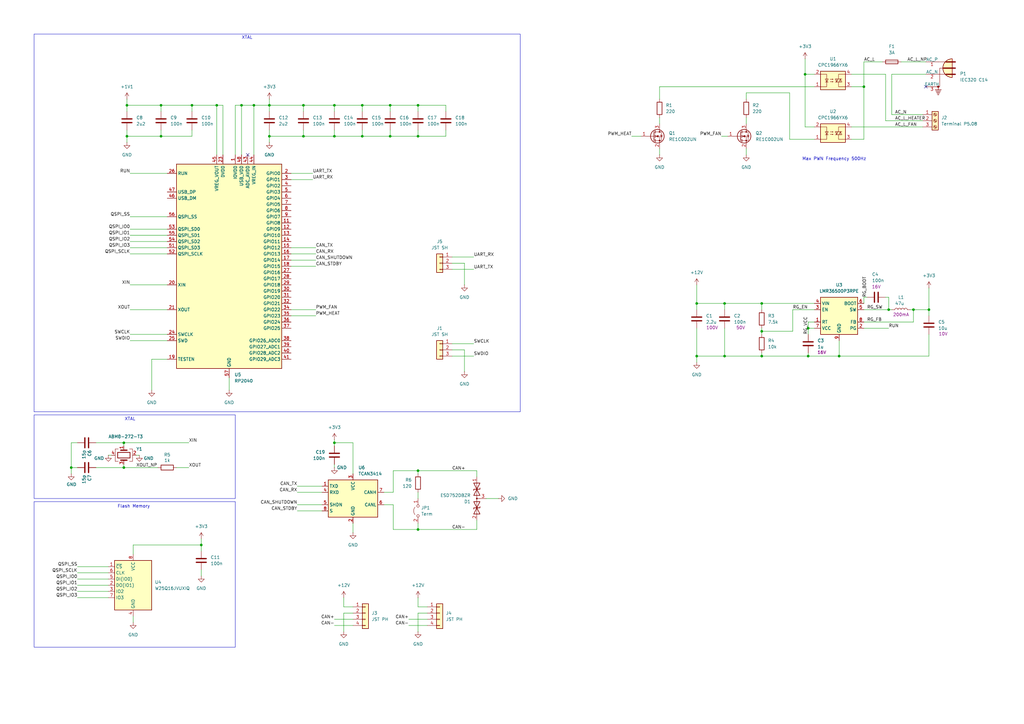
<source format=kicad_sch>
(kicad_sch (version 20231120) (generator "eeschema") (generator_version "8.0")
  (paper "A3")
  (lib_symbols
    (symbol "Connector:Conn_WallPlug_Earth" (pin_names (offset 0))
      (property "Reference" "P" (at 0 3.81 0))
      (property "Value" "Conn_WallPlug_Earth" (at -5.08 0 90))
      (symbol "Conn_WallPlug_Earth_1_1"
        (pin power_out line (at 7.62 2.54 180) (length 5.08) (name "AC_P") (number "1"))
        (pin power_out line (at 7.62 -2.54 180) (length 5.08) (name "AC_N") (number "2"))
        (pin passive line (at 7.62 -7.62 180) (length 5.08) (name "EARTH") (number "3"))
      )
    )
    (symbol "Connector:Screw_Terminal_01x03" (pin_names (offset 1.016) hide)
      (property "Reference" "J" (at 0 5.08 0))
      (property "Value" "Screw_Terminal_01x03" (at 0 -5.08 0))
      (symbol "Screw_Terminal_01x03_1_1"
        (pin passive line (at -5.08 2.54 0) (length 3.81) (name "Pin_1") (number "1"))
        (pin passive line (at -5.08 0 0) (length 3.81) (name "Pin_2") (number "2"))
        (pin passive line (at -5.08 -2.54 0) (length 3.81) (name "Pin_3") (number "3"))
      )
    )
    (symbol "Connector_Generic:Conn_01x03" (pin_names (offset 1.016) hide)
      (property "Reference" "J" (at 0 5.08 0))
      (property "Value" "Conn_01x03" (at 0 -5.08 0))
      (symbol "Conn_01x03_1_1"
        (pin passive line (at -5.08 2.54 0) (length 3.81) (name "Pin_1") (number "1"))
        (pin passive line (at -5.08 0 0) (length 3.81) (name "Pin_2") (number "2"))
        (pin passive line (at -5.08 -2.54 0) (length 3.81) (name "Pin_3") (number "3"))
      )
    )
    (symbol "Connector_Generic:Conn_01x04" (pin_names (offset 1.016) hide)
      (property "Reference" "J" (at 0 5.08 0))
      (property "Value" "Conn_01x04" (at 0 -7.62 0))
      (symbol "Conn_01x04_1_1"
        (pin passive line (at -5.08 2.54 0) (length 3.81) (name "Pin_1") (number "1"))
        (pin passive line (at -5.08 0 0) (length 3.81) (name "Pin_2") (number "2"))
        (pin passive line (at -5.08 -2.54 0) (length 3.81) (name "Pin_3") (number "3"))
        (pin passive line (at -5.08 -5.08 0) (length 3.81) (name "Pin_4") (number "4"))
      )
    )
    (symbol "Device:C" (pin_numbers hide) (pin_names (offset 0.254))
      (property "Reference" "C" (at 0.635 2.54 0))
      (property "Value" "C" (at 0.635 -2.54 0))
      (symbol "C_1_1"
        (pin passive line (at 0 3.81 270) (length 2.794) (name "~") (number "1"))
        (pin passive line (at 0 -3.81 90) (length 2.794) (name "~") (number "2"))
      )
    )
    (symbol "Device:Crystal_GND24" (pin_names (offset 1.016) hide)
      (property "Reference" "Y" (at 3.175 5.08 0))
      (property "Value" "Crystal_GND24" (at 3.175 3.175 0))
      (symbol "Crystal_GND24_1_1"
        (pin passive line (at -3.81 0 0) (length 1.27) (name "1") (number "1"))
        (pin passive line (at 0 5.08 270) (length 1.27) (name "2") (number "2"))
        (pin passive line (at 3.81 0 180) (length 1.27) (name "3") (number "3"))
        (pin passive line (at 0 -5.08 90) (length 1.27) (name "4") (number "4"))
      )
    )
    (symbol "Device:D_TVS_Dual_AAC" (pin_names (offset 1.016) hide)
      (property "Reference" "D" (at 0 4.445 0))
      (property "Value" "D_TVS_Dual_AAC" (at 0 2.54 0))
      (symbol "D_TVS_Dual_AAC_1_1"
        (pin passive line (at -8.89 0 0) (length 2.54) (name "A1") (number "1"))
        (pin passive line (at 8.89 0 180) (length 2.54) (name "A2") (number "2"))
        (pin passive line (at 0 -3.81 90) (length 2.54) (name "common") (number "3"))
      )
    )
    (symbol "Device:Fuse" (pin_numbers hide) (pin_names (offset 0))
      (property "Reference" "F" (at 2.032 0 90))
      (property "Value" "Fuse" (at -1.905 0 90))
      (symbol "Fuse_1_1"
        (pin passive line (at 0 3.81 270) (length 1.27) (name "~") (number "1"))
        (pin passive line (at 0 -3.81 90) (length 1.27) (name "~") (number "2"))
      )
    )
    (symbol "Device:L" (pin_numbers hide) (pin_names (offset 1.016) hide)
      (property "Reference" "L" (at -1.27 0 90))
      (property "Value" "L" (at 1.905 0 90))
      (symbol "L_1_1"
        (pin passive line (at 0 3.81 270) (length 1.27) (name "1") (number "1"))
        (pin passive line (at 0 -3.81 90) (length 1.27) (name "2") (number "2"))
      )
    )
    (symbol "Device:Q_NMOS_GSD" (pin_names (offset 0) hide)
      (property "Reference" "Q" (at 5.08 1.27 0))
      (property "Value" "Q_NMOS_GSD" (at 5.08 -1.27 0))
      (symbol "Q_NMOS_GSD_1_1"
        (pin input line (at -5.08 0 0) (length 2.54) (name "G") (number "1"))
        (pin passive line (at 2.54 -5.08 90) (length 2.54) (name "S") (number "2"))
        (pin passive line (at 2.54 5.08 270) (length 2.54) (name "D") (number "3"))
      )
    )
    (symbol "Device:R" (pin_numbers hide) (pin_names (offset 0))
      (property "Reference" "R" (at 2.032 0 90))
      (property "Value" "R" (at 0 0 90))
      (symbol "R_1_1"
        (pin passive line (at 0 3.81 270) (length 1.27) (name "~") (number "1"))
        (pin passive line (at 0 -3.81 90) (length 1.27) (name "~") (number "2"))
      )
    )
    (symbol "Interface_CAN_LIN:TCAN330"
      (property "Reference" "U" (at -10.16 8.89 0))
      (property "Value" "TCAN330" (at 2.54 8.89 0))
      (symbol "TCAN330_1_1"
        (pin input line (at -12.7 5.08 0) (length 2.54) (name "TXD") (number "1"))
        (pin power_in line (at 0 -10.16 90) (length 2.54) (name "GND") (number "2"))
        (pin power_in line (at 0 10.16 270) (length 2.54) (name "VCC") (number "3"))
        (pin tri_state line (at -12.7 2.54 0) (length 2.54) (name "RXD") (number "4"))
        (pin input line (at -12.7 -2.54 0) (length 2.54) (name "SHDN") (number "5"))
        (pin bidirectional line (at 12.7 -2.54 180) (length 2.54) (name "CANL") (number "6"))
        (pin bidirectional line (at 12.7 2.54 180) (length 2.54) (name "CANH") (number "7"))
        (pin input line (at -12.7 -5.08 0) (length 2.54) (name "S") (number "8"))
      )
    )
    (symbol "Jumper:Jumper_2_Open" (pin_names (offset 0) hide)
      (property "Reference" "JP" (at 0 2.794 0))
      (property "Value" "Jumper_2_Open" (at 0 -2.286 0))
      (symbol "Jumper_2_Open_1_1"
        (pin passive line (at -5.08 0 0) (length 2.54) (name "A") (number "1"))
        (pin passive line (at 5.08 0 180) (length 2.54) (name "B") (number "2"))
      )
    )
    (symbol "MCU_RaspberryPi:RP2040"
      (property "Reference" "U" (at 17.78 45.72 0))
      (property "Value" "RP2040" (at 17.78 43.18 0))
      (symbol "RP2040_1_1"
        (pin power_in line (at 2.54 45.72 270) (length 3.81) (name "IOVDD") (number "1"))
        (pin passive line (at 2.54 45.72 270) (length 3.81) hide (name "IOVDD") (number "10"))
        (pin bidirectional line (at 25.4 17.78 180) (length 3.81) (name "GPIO8") (number "11"))
        (pin bidirectional line (at 25.4 15.24 180) (length 3.81) (name "GPIO9") (number "12"))
        (pin bidirectional line (at 25.4 12.7 180) (length 3.81) (name "GPIO10") (number "13"))
        (pin bidirectional line (at 25.4 10.16 180) (length 3.81) (name "GPIO11") (number "14"))
        (pin bidirectional line (at 25.4 7.62 180) (length 3.81) (name "GPIO12") (number "15"))
        (pin bidirectional line (at 25.4 5.08 180) (length 3.81) (name "GPIO13") (number "16"))
        (pin bidirectional line (at 25.4 2.54 180) (length 3.81) (name "GPIO14") (number "17"))
        (pin bidirectional line (at 25.4 0 180) (length 3.81) (name "GPIO15") (number "18"))
        (pin input line (at -25.4 -38.1 0) (length 3.81) (name "TESTEN") (number "19"))
        (pin bidirectional line (at 25.4 38.1 180) (length 3.81) (name "GPIO0") (number "2"))
        (pin input line (at -25.4 -7.62 0) (length 3.81) (name "XIN") (number "20"))
        (pin passive line (at -25.4 -17.78 0) (length 3.81) (name "XOUT") (number "21"))
        (pin passive line (at 2.54 45.72 270) (length 3.81) hide (name "IOVDD") (number "22"))
        (pin power_in line (at -2.54 45.72 270) (length 3.81) (name "DVDD") (number "23"))
        (pin input line (at -25.4 -27.94 0) (length 3.81) (name "SWCLK") (number "24"))
        (pin bidirectional line (at -25.4 -30.48 0) (length 3.81) (name "SWD") (number "25"))
        (pin input line (at -25.4 38.1 0) (length 3.81) (name "RUN") (number "26"))
        (pin bidirectional line (at 25.4 -2.54 180) (length 3.81) (name "GPIO16") (number "27"))
        (pin bidirectional line (at 25.4 -5.08 180) (length 3.81) (name "GPIO17") (number "28"))
        (pin bidirectional line (at 25.4 -7.62 180) (length 3.81) (name "GPIO18") (number "29"))
        (pin bidirectional line (at 25.4 35.56 180) (length 3.81) (name "GPIO1") (number "3"))
        (pin bidirectional line (at 25.4 -10.16 180) (length 3.81) (name "GPIO19") (number "30"))
        (pin bidirectional line (at 25.4 -12.7 180) (length 3.81) (name "GPIO20") (number "31"))
        (pin bidirectional line (at 25.4 -15.24 180) (length 3.81) (name "GPIO21") (number "32"))
        (pin passive line (at 2.54 45.72 270) (length 3.81) hide (name "IOVDD") (number "33"))
        (pin bidirectional line (at 25.4 -17.78 180) (length 3.81) (name "GPIO22") (number "34"))
        (pin bidirectional line (at 25.4 -20.32 180) (length 3.81) (name "GPIO23") (number "35"))
        (pin bidirectional line (at 25.4 -22.86 180) (length 3.81) (name "GPIO24") (number "36"))
        (pin bidirectional line (at 25.4 -25.4 180) (length 3.81) (name "GPIO25") (number "37"))
        (pin bidirectional line (at 25.4 -30.48 180) (length 3.81) (name "GPIO26_ADC0") (number "38"))
        (pin bidirectional line (at 25.4 -33.02 180) (length 3.81) (name "GPIO27_ADC1") (number "39"))
        (pin bidirectional line (at 25.4 33.02 180) (length 3.81) (name "GPIO2") (number "4"))
        (pin bidirectional line (at 25.4 -35.56 180) (length 3.81) (name "GPIO28_ADC2") (number "40"))
        (pin bidirectional line (at 25.4 -38.1 180) (length 3.81) (name "GPIO29_ADC3") (number "41"))
        (pin passive line (at 2.54 45.72 270) (length 3.81) hide (name "IOVDD") (number "42"))
        (pin power_in line (at 7.62 45.72 270) (length 3.81) (name "ADC_AVDD") (number "43"))
        (pin power_in line (at 10.16 45.72 270) (length 3.81) (name "VREG_IN") (number "44"))
        (pin power_out line (at -5.08 45.72 270) (length 3.81) (name "VREG_VOUT") (number "45"))
        (pin bidirectional line (at -25.4 27.94 0) (length 3.81) (name "USB_DM") (number "46"))
        (pin bidirectional line (at -25.4 30.48 0) (length 3.81) (name "USB_DP") (number "47"))
        (pin power_in line (at 5.08 45.72 270) (length 3.81) (name "USB_VDD") (number "48"))
        (pin passive line (at 2.54 45.72 270) (length 3.81) hide (name "IOVDD") (number "49"))
        (pin bidirectional line (at 25.4 30.48 180) (length 3.81) (name "GPIO3") (number "5"))
        (pin passive line (at -2.54 45.72 270) (length 3.81) hide (name "DVDD") (number "50"))
        (pin bidirectional line (at -25.4 7.62 0) (length 3.81) (name "QSPI_SD3") (number "51"))
        (pin output line (at -25.4 5.08 0) (length 3.81) (name "QSPI_SCLK") (number "52"))
        (pin bidirectional line (at -25.4 15.24 0) (length 3.81) (name "QSPI_SD0") (number "53"))
        (pin bidirectional line (at -25.4 10.16 0) (length 3.81) (name "QSPI_SD2") (number "54"))
        (pin bidirectional line (at -25.4 12.7 0) (length 3.81) (name "QSPI_SD1") (number "55"))
        (pin bidirectional line (at -25.4 20.32 0) (length 3.81) (name "QSPI_SS") (number "56"))
        (pin power_in line (at 0 -45.72 90) (length 3.81) (name "GND") (number "57"))
        (pin bidirectional line (at 25.4 27.94 180) (length 3.81) (name "GPIO4") (number "6"))
        (pin bidirectional line (at 25.4 25.4 180) (length 3.81) (name "GPIO5") (number "7"))
        (pin bidirectional line (at 25.4 22.86 180) (length 3.81) (name "GPIO6") (number "8"))
        (pin bidirectional line (at 25.4 20.32 180) (length 3.81) (name "GPIO7") (number "9"))
      )
    )
    (symbol "Memory_Flash:W25Q16JVSS"
      (property "Reference" "U" (at -6.35 11.43 0))
      (property "Value" "W25Q16JVSS" (at 7.62 11.43 0))
      (symbol "W25Q16JVSS_1_1"
        (pin input line (at -10.16 7.62 0) (length 2.54) (name "~{CS}") (number "1"))
        (pin bidirectional line (at -10.16 0 0) (length 2.54) (name "DO(IO1)") (number "2"))
        (pin bidirectional line (at -10.16 -2.54 0) (length 2.54) (name "IO2") (number "3"))
        (pin power_in line (at 0 -12.7 90) (length 2.54) (name "GND") (number "4"))
        (pin bidirectional line (at -10.16 2.54 0) (length 2.54) (name "DI(IO0)") (number "5"))
        (pin input line (at -10.16 5.08 0) (length 2.54) (name "CLK") (number "6"))
        (pin bidirectional line (at -10.16 -5.08 0) (length 2.54) (name "IO3") (number "7"))
        (pin power_in line (at 0 12.7 270) (length 2.54) (name "VCC") (number "8"))
      )
    )
    (symbol "fort:CPC1966YX6"
      (property "Reference" "U" (at -5.08 5.08 0))
      (property "Value" "CPC1966YX6" (at 0 5.08 0))
      (symbol "CPC1966YX6_1_1"
        (pin passive line (at -7.62 -2.54 0) (length 2.54) (name "~") (number "1"))
        (pin passive line (at -7.62 2.54 0) (length 2.54) (name "~") (number "2"))
        (pin passive line (at 7.62 -2.54 180) (length 2.54) (name "~") (number "3"))
        (pin passive line (at 7.62 2.54 180) (length 2.54) (name "~") (number "4"))
      )
    )
    (symbol "fort:LMR36501P3RPE"
      (property "Reference" "U" (at 0 11.43 0))
      (property "Value" "LMR36500P3RPE" (at 0 8.89 0))
      (symbol "LMR36501P3RPE_1_1"
        (pin input line (at -10.16 -2.54 0) (length 2.54) (name "RT") (number "1"))
        (pin open_collector line (at 10.16 -5.08 180) (length 2.54) (name "PG") (number "2"))
        (pin input line (at -10.16 2.54 0) (length 2.54) (name "EN") (number "3"))
        (pin power_in line (at -10.16 5.08 0) (length 2.54) (name "VIN") (number "4"))
        (pin power_out line (at 10.16 2.54 180) (length 2.54) (name "SW") (number "5"))
        (pin input line (at 10.16 5.08 180) (length 2.54) (name "BOOT") (number "6"))
        (pin power_out line (at -10.16 -5.08 0) (length 2.54) (name "VCC") (number "7"))
        (pin input line (at 10.16 -2.54 180) (length 2.54) (name "FB") (number "8"))
        (pin power_in line (at 0 -10.16 90) (length 2.54) (name "GND") (number "9"))
      )
    )
    (symbol "power:+12V" (power) (pin_numbers hide) (pin_names (offset 0) hide)
      (property "Value" "+12V" (at 0 3.556 0))
      (symbol "+12V_1_1"
        (pin power_in line (at 0 0 90) (length 0) (name "~") (number "1"))
      )
    )
    (symbol "power:+1V1" (power) (pin_numbers hide) (pin_names (offset 0) hide)
      (property "Value" "+1V1" (at 0 3.556 0))
      (symbol "+1V1_1_1"
        (pin power_in line (at 0 0 90) (length 0) (name "~") (number "1"))
      )
    )
    (symbol "power:+3V3" (power) (pin_numbers hide) (pin_names (offset 0) hide)
      (property "Value" "+3V3" (at 0 3.556 0))
      (symbol "+3V3_1_1"
        (pin power_in line (at 0 0 90) (length 0) (name "~") (number "1"))
      )
    )
    (symbol "power:GND" (power) (pin_numbers hide) (pin_names (offset 0) hide)
      (property "Value" "GND" (at 0 -3.81 0))
      (symbol "GND_1_1"
        (pin power_in line (at 0 0 270) (length 0) (name "~") (number "1"))
      )
    )
  )
  (junction (at 331.47 146.05))
  (junction (at 354.33 35.56))
  (junction (at 330.2 30.48))
  (junction (at 50.8 181.61))
  (junction (at 312.42 135.89))
  (junction (at 285.75 124.46))
  (junction (at 99.06 43.18))
  (junction (at 297.18 146.05))
  (junction (at 297.18 124.46))
  (junction (at 29.21 191.77))
  (junction (at 344.17 146.05))
  (junction (at 171.45 55.88))
  (junction (at 137.16 181.61))
  (junction (at 160.02 43.18))
  (junction (at 171.45 43.18))
  (junction (at 66.04 55.88))
  (junction (at 50.8 191.77))
  (junction (at 160.02 55.88))
  (junction (at 364.49 127))
  (junction (at 52.07 55.88))
  (junction (at 110.49 43.18))
  (junction (at 331.47 134.62))
  (junction (at 88.9 43.18))
  (junction (at 124.46 55.88))
  (junction (at 312.42 124.46))
  (junction (at 148.59 43.18))
  (junction (at 171.45 193.04))
  (junction (at 312.42 146.05))
  (junction (at 381 127))
  (junction (at 137.16 43.18))
  (junction (at 124.46 43.18))
  (junction (at 285.75 146.05))
  (junction (at 78.74 43.18))
  (junction (at 104.14 43.18))
  (junction (at 148.59 55.88))
  (junction (at 66.04 43.18))
  (junction (at 52.07 43.18))
  (junction (at 137.16 55.88))
  (junction (at 171.45 217.17))
  (junction (at 110.49 55.88))
  (junction (at 374.65 127))
  (junction (at 82.55 223.52))
  (no_connect (at 379.73 35.56))
  (no_connect (at 101.6 63.5))
  (wire (pts (xy 31.75 237.49) (xy 44.45 237.49)))
  (wire (pts (xy 124.46 43.18) (xy 124.46 45.72)))
  (wire (pts (xy 323.85 57.15) (xy 334.01 57.15)))
  (wire (pts (xy 331.47 134.62) (xy 331.47 137.16)))
  (wire (pts (xy 331.47 146.05) (xy 344.17 146.05)))
  (wire (pts (xy 354.33 127) (xy 364.49 127)))
  (wire (pts (xy 52.07 43.18) (xy 66.04 43.18)))
  (wire (pts (xy 270.51 35.56) (xy 334.01 35.56)))
  (wire (pts (xy 330.2 30.48) (xy 334.01 30.48)))
  (wire (pts (xy 312.42 124.46) (xy 312.42 127)))
  (wire (pts (xy 167.64 254) (xy 175.26 254)))
  (wire (pts (xy 31.75 240.03) (xy 44.45 240.03)))
  (wire (pts (xy 365.76 46.99) (xy 378.46 46.99)))
  (wire (pts (xy 160.02 43.18) (xy 171.45 43.18)))
  (wire (pts (xy 137.16 55.88) (xy 137.16 53.34)))
  (wire (pts (xy 68.58 147.32) (xy 62.23 147.32)))
  (wire (pts (xy 124.46 43.18) (xy 137.16 43.18)))
  (wire (pts (xy 354.33 134.62) (xy 364.49 134.62)))
  (wire (pts (xy 285.75 124.46) (xy 297.18 124.46)))
  (wire (pts (xy 78.74 55.88) (xy 78.74 53.34)))
  (wire (pts (xy 137.16 55.88) (xy 148.59 55.88)))
  (wire (pts (xy 137.16 181.61) (xy 137.16 182.88)))
  (wire (pts (xy 354.33 124.46) (xy 354.33 121.92)))
  (wire (pts (xy 323.85 38.1) (xy 323.85 57.15)))
  (wire (pts (xy 148.59 43.18) (xy 160.02 43.18)))
  (wire (pts (xy 171.45 194.31) (xy 171.45 193.04)))
  (wire (pts (xy 53.34 88.9) (xy 68.58 88.9)))
  (wire (pts (xy 110.49 53.34) (xy 110.49 55.88)))
  (wire (pts (xy 78.74 43.18) (xy 78.74 45.72)))
  (wire (pts (xy 140.97 251.46) (xy 140.97 259.08)))
  (wire (pts (xy 161.29 217.17) (xy 171.45 217.17)))
  (wire (pts (xy 66.04 55.88) (xy 78.74 55.88)))
  (wire (pts (xy 53.34 99.06) (xy 68.58 99.06)))
  (wire (pts (xy 374.65 132.08) (xy 374.65 127)))
  (wire (pts (xy 82.55 233.68) (xy 82.55 236.22)))
  (wire (pts (xy 137.16 256.54) (xy 144.78 256.54)))
  (wire (pts (xy 129.54 129.54) (xy 119.38 129.54)))
  (wire (pts (xy 365.76 30.48) (xy 365.76 46.99)))
  (wire (pts (xy 325.12 135.89) (xy 325.12 127)))
  (wire (pts (xy 195.58 193.04) (xy 195.58 195.58)))
  (wire (pts (xy 140.97 248.92) (xy 144.78 248.92)))
  (wire (pts (xy 349.25 57.15) (xy 354.33 57.15)))
  (wire (pts (xy 334.01 134.62) (xy 331.47 134.62)))
  (wire (pts (xy 167.64 256.54) (xy 175.26 256.54)))
  (wire (pts (xy 312.42 134.62) (xy 312.42 135.89)))
  (wire (pts (xy 364.49 127) (xy 365.76 127)))
  (wire (pts (xy 99.06 43.18) (xy 99.06 63.5)))
  (wire (pts (xy 129.54 106.68) (xy 119.38 106.68)))
  (wire (pts (xy 270.51 60.96) (xy 270.51 63.5)))
  (wire (pts (xy 31.75 232.41) (xy 44.45 232.41)))
  (wire (pts (xy 110.49 43.18) (xy 110.49 45.72)))
  (wire (pts (xy 50.8 190.5) (xy 50.8 191.77)))
  (wire (pts (xy 137.16 180.34) (xy 137.16 181.61)))
  (wire (pts (xy 185.42 146.05) (xy 194.31 146.05)))
  (wire (pts (xy 53.34 104.14) (xy 68.58 104.14)))
  (wire (pts (xy 124.46 55.88) (xy 124.46 53.34)))
  (wire (pts (xy 121.92 199.39) (xy 132.08 199.39)))
  (wire (pts (xy 259.08 55.88) (xy 262.89 55.88)))
  (wire (pts (xy 354.33 121.92) (xy 355.6 121.92)))
  (wire (pts (xy 121.92 207.01) (xy 132.08 207.01)))
  (wire (pts (xy 66.04 43.18) (xy 78.74 43.18)))
  (wire (pts (xy 44.45 186.69) (xy 45.72 186.69)))
  (wire (pts (xy 185.42 143.51) (xy 190.5 143.51)))
  (wire (pts (xy 91.44 43.18) (xy 91.44 63.5)))
  (wire (pts (xy 119.38 71.12) (xy 128.27 71.12)))
  (wire (pts (xy 312.42 124.46) (xy 334.01 124.46)))
  (wire (pts (xy 334.01 52.07) (xy 330.2 52.07)))
  (wire (pts (xy 306.07 38.1) (xy 306.07 40.64)))
  (wire (pts (xy 78.74 43.18) (xy 88.9 43.18)))
  (wire (pts (xy 312.42 135.89) (xy 312.42 137.16)))
  (wire (pts (xy 171.45 201.93) (xy 171.45 204.47)))
  (wire (pts (xy 354.33 35.56) (xy 354.33 57.15)))
  (wire (pts (xy 175.26 251.46) (xy 171.45 251.46)))
  (wire (pts (xy 161.29 193.04) (xy 171.45 193.04)))
  (wire (pts (xy 157.48 207.01) (xy 161.29 207.01)))
  (wire (pts (xy 157.48 201.93) (xy 161.29 201.93)))
  (wire (pts (xy 52.07 55.88) (xy 52.07 58.42)))
  (wire (pts (xy 137.16 181.61) (xy 144.78 181.61)))
  (wire (pts (xy 137.16 43.18) (xy 137.16 45.72)))
  (wire (pts (xy 171.45 43.18) (xy 171.45 45.72)))
  (wire (pts (xy 31.75 181.61) (xy 29.21 181.61)))
  (wire (pts (xy 171.45 193.04) (xy 195.58 193.04)))
  (wire (pts (xy 160.02 55.88) (xy 160.02 53.34)))
  (wire (pts (xy 96.52 63.5) (xy 96.52 43.18)))
  (wire (pts (xy 148.59 43.18) (xy 148.59 45.72)))
  (wire (pts (xy 363.22 49.53) (xy 378.46 49.53)))
  (wire (pts (xy 99.06 43.18) (xy 104.14 43.18)))
  (wire (pts (xy 140.97 245.11) (xy 140.97 248.92)))
  (wire (pts (xy 119.38 73.66) (xy 128.27 73.66)))
  (wire (pts (xy 182.88 43.18) (xy 182.88 45.72)))
  (wire (pts (xy 52.07 43.18) (xy 52.07 45.72)))
  (wire (pts (xy 82.55 223.52) (xy 82.55 226.06)))
  (wire (pts (xy 55.88 186.69) (xy 57.15 186.69)))
  (wire (pts (xy 39.37 181.61) (xy 50.8 181.61)))
  (wire (pts (xy 88.9 43.18) (xy 91.44 43.18)))
  (wire (pts (xy 53.34 116.84) (xy 68.58 116.84)))
  (wire (pts (xy 53.34 137.16) (xy 68.58 137.16)))
  (wire (pts (xy 312.42 135.89) (xy 325.12 135.89)))
  (wire (pts (xy 312.42 146.05) (xy 331.47 146.05)))
  (wire (pts (xy 365.76 30.48) (xy 379.73 30.48)))
  (wire (pts (xy 50.8 191.77) (xy 64.77 191.77)))
  (wire (pts (xy 54.61 252.73) (xy 54.61 255.27)))
  (wire (pts (xy 52.07 53.34) (xy 52.07 55.88)))
  (wire (pts (xy 52.07 55.88) (xy 66.04 55.88)))
  (wire (pts (xy 285.75 146.05) (xy 297.18 146.05)))
  (wire (pts (xy 72.39 191.77) (xy 77.47 191.77)))
  (wire (pts (xy 39.37 191.77) (xy 50.8 191.77)))
  (wire (pts (xy 53.34 139.7) (xy 68.58 139.7)))
  (wire (pts (xy 161.29 207.01) (xy 161.29 217.17)))
  (wire (pts (xy 148.59 55.88) (xy 148.59 53.34)))
  (wire (pts (xy 144.78 181.61) (xy 144.78 194.31)))
  (wire (pts (xy 53.34 71.12) (xy 68.58 71.12)))
  (wire (pts (xy 374.65 127) (xy 381 127)))
  (wire (pts (xy 331.47 132.08) (xy 331.47 134.62)))
  (wire (pts (xy 306.07 48.26) (xy 306.07 50.8)))
  (wire (pts (xy 330.2 30.48) (xy 330.2 52.07)))
  (wire (pts (xy 53.34 96.52) (xy 68.58 96.52)))
  (wire (pts (xy 110.49 43.18) (xy 124.46 43.18)))
  (wire (pts (xy 171.45 214.63) (xy 171.45 217.17)))
  (wire (pts (xy 285.75 134.62) (xy 285.75 146.05)))
  (wire (pts (xy 104.14 63.5) (xy 104.14 43.18)))
  (wire (pts (xy 285.75 116.84) (xy 285.75 124.46)))
  (wire (pts (xy 137.16 254) (xy 144.78 254)))
  (wire (pts (xy 137.16 43.18) (xy 148.59 43.18)))
  (wire (pts (xy 190.5 107.95) (xy 190.5 116.84)))
  (wire (pts (xy 53.34 127) (xy 68.58 127)))
  (wire (pts (xy 121.92 209.55) (xy 132.08 209.55)))
  (wire (pts (xy 325.12 127) (xy 334.01 127)))
  (wire (pts (xy 148.59 55.88) (xy 160.02 55.88)))
  (wire (pts (xy 369.57 25.4) (xy 379.73 25.4)))
  (wire (pts (xy 363.22 30.48) (xy 363.22 49.53)))
  (wire (pts (xy 349.25 52.07) (xy 378.46 52.07)))
  (wire (pts (xy 54.61 223.52) (xy 82.55 223.52)))
  (wire (pts (xy 331.47 146.05) (xy 331.47 144.78)))
  (wire (pts (xy 121.92 201.93) (xy 132.08 201.93)))
  (wire (pts (xy 171.45 55.88) (xy 182.88 55.88)))
  (wire (pts (xy 50.8 181.61) (xy 77.47 181.61)))
  (wire (pts (xy 110.49 40.64) (xy 110.49 43.18)))
  (wire (pts (xy 31.75 234.95) (xy 44.45 234.95)))
  (wire (pts (xy 373.38 127) (xy 374.65 127)))
  (wire (pts (xy 182.88 55.88) (xy 182.88 53.34)))
  (wire (pts (xy 344.17 146.05) (xy 381 146.05)))
  (wire (pts (xy 171.45 43.18) (xy 182.88 43.18)))
  (wire (pts (xy 50.8 182.88) (xy 50.8 181.61)))
  (wire (pts (xy 88.9 43.18) (xy 88.9 63.5)))
  (wire (pts (xy 144.78 214.63) (xy 144.78 218.44)))
  (wire (pts (xy 185.42 110.49) (xy 194.31 110.49)))
  (wire (pts (xy 330.2 24.13) (xy 330.2 30.48)))
  (wire (pts (xy 160.02 55.88) (xy 171.45 55.88)))
  (wire (pts (xy 349.25 35.56) (xy 354.33 35.56)))
  (wire (pts (xy 171.45 217.17) (xy 195.58 217.17)))
  (wire (pts (xy 124.46 55.88) (xy 137.16 55.88)))
  (wire (pts (xy 364.49 121.92) (xy 363.22 121.92)))
  (wire (pts (xy 295.91 55.88) (xy 298.45 55.88)))
  (wire (pts (xy 349.25 30.48) (xy 363.22 30.48)))
  (wire (pts (xy 285.75 127) (xy 285.75 124.46)))
  (wire (pts (xy 129.54 109.22) (xy 119.38 109.22)))
  (wire (pts (xy 110.49 55.88) (xy 124.46 55.88)))
  (wire (pts (xy 297.18 134.62) (xy 297.18 146.05)))
  (wire (pts (xy 93.98 154.94) (xy 93.98 160.02)))
  (wire (pts (xy 137.16 191.77) (xy 137.16 190.5)))
  (wire (pts (xy 66.04 53.34) (xy 66.04 55.88)))
  (wire (pts (xy 381 137.16) (xy 381 146.05)))
  (wire (pts (xy 195.58 217.17) (xy 195.58 213.36)))
  (wire (pts (xy 312.42 144.78) (xy 312.42 146.05)))
  (wire (pts (xy 354.33 132.08) (xy 374.65 132.08)))
  (wire (pts (xy 306.07 60.96) (xy 306.07 63.5)))
  (wire (pts (xy 161.29 201.93) (xy 161.29 193.04)))
  (wire (pts (xy 190.5 143.51) (xy 190.5 152.4)))
  (wire (pts (xy 297.18 146.05) (xy 312.42 146.05)))
  (wire (pts (xy 185.42 105.41) (xy 194.31 105.41)))
  (wire (pts (xy 185.42 140.97) (xy 194.31 140.97)))
  (wire (pts (xy 144.78 251.46) (xy 140.97 251.46)))
  (wire (pts (xy 96.52 43.18) (xy 99.06 43.18)))
  (wire (pts (xy 104.14 43.18) (xy 110.49 43.18)))
  (wire (pts (xy 29.21 191.77) (xy 29.21 194.31)))
  (wire (pts (xy 129.54 104.14) (xy 119.38 104.14)))
  (wire (pts (xy 53.34 93.98) (xy 68.58 93.98)))
  (wire (pts (xy 171.45 251.46) (xy 171.45 259.08)))
  (wire (pts (xy 82.55 220.98) (xy 82.55 223.52)))
  (wire (pts (xy 297.18 124.46) (xy 312.42 124.46)))
  (wire (pts (xy 381 127) (xy 381 129.54)))
  (wire (pts (xy 297.18 124.46) (xy 297.18 127)))
  (wire (pts (xy 270.51 35.56) (xy 270.51 40.64)))
  (wire (pts (xy 306.07 38.1) (xy 323.85 38.1)))
  (wire (pts (xy 29.21 181.61) (xy 29.21 191.77)))
  (wire (pts (xy 381 118.11) (xy 381 127)))
  (wire (pts (xy 53.34 101.6) (xy 68.58 101.6)))
  (wire (pts (xy 354.33 25.4) (xy 361.95 25.4)))
  (wire (pts (xy 129.54 127) (xy 119.38 127)))
  (wire (pts (xy 199.39 204.47) (xy 204.47 204.47)))
  (wire (pts (xy 66.04 43.18) (xy 66.04 45.72)))
  (wire (pts (xy 129.54 101.6) (xy 119.38 101.6)))
  (wire (pts (xy 31.75 191.77) (xy 29.21 191.77)))
  (wire (pts (xy 171.45 248.92) (xy 175.26 248.92)))
  (wire (pts (xy 171.45 245.11) (xy 171.45 248.92)))
  (wire (pts (xy 364.49 127) (xy 364.49 121.92)))
  (wire (pts (xy 185.42 107.95) (xy 190.5 107.95)))
  (wire (pts (xy 354.33 25.4) (xy 354.33 35.56)))
  (wire (pts (xy 344.17 139.7) (xy 344.17 146.05)))
  (wire (pts (xy 285.75 146.05) (xy 285.75 148.59)))
  (wire (pts (xy 31.75 245.11) (xy 44.45 245.11)))
  (wire (pts (xy 110.49 55.88) (xy 110.49 58.42)))
  (wire (pts (xy 160.02 43.18) (xy 160.02 45.72)))
  (wire (pts (xy 62.23 147.32) (xy 62.23 160.02)))
  (wire (pts (xy 171.45 55.88) (xy 171.45 53.34)))
  (wire (pts (xy 334.01 132.08) (xy 331.47 132.08)))
  (wire (pts (xy 52.07 40.64) (xy 52.07 43.18)))
  (wire (pts (xy 54.61 223.52) (xy 54.61 227.33)))
  (wire (pts (xy 31.75 242.57) (xy 44.45 242.57)))
  (wire (pts (xy 270.51 48.26) (xy 270.51 50.8)))
  (rectangle (start 13.97 170.18) (end 96.52 204.47))
  (rectangle (start 13.97 205.74) (end 96.52 265.43))
  (rectangle (start 13.97 13.97) (end 213.36 168.91))
  (text "XTAL" (at 101.346 15.494 0) (effects (font (size 1.27 1.27))))
  (text "XTAL" (at 53.34 171.958 0) (effects (font (size 1.27 1.27))))
  (text "Max PWN Frequency 500Hz" (at 342.138 65.278 0) (effects (font (size 1.27 1.27))))
  (text "Flash Memory" (at 54.864 207.772 0) (effects (font (size 1.27 1.27))))
  (label "QSPI_IO3" (at 53.34 101.6 180))
  (label "QSPI_SCLK" (at 53.34 104.14 180))
  (label "RG_SW" (at 355.6 127 0))
  (label "CAN_TX" (at 121.92 199.39 180))
  (label "QSPI_SS" (at 31.75 232.41 180))
  (label "QSPI_IO0" (at 53.34 93.98 180))
  (label "AC_L_HEATER" (at 367.03 49.53 0))
  (label "CAN-" (at 185.42 217.17 0))
  (label "UART_RX" (at 128.27 73.66 0))
  (label "CAN+" (at 167.64 254 180))
  (label "PWM_FAN" (at 129.54 127 0))
  (label "QSPI_SS" (at 53.34 88.9 180))
  (label "PWM_HEAT" (at 129.54 129.54 0))
  (label "RUN" (at 364.49 134.62 0))
  (label "QSPI_IO3" (at 31.75 245.11 180))
  (label "CAN_STDBY" (at 121.92 209.55 180))
  (label "QSPI_IO2" (at 31.75 242.57 180))
  (label "QSPI_IO1" (at 31.75 240.03 180))
  (label "AC_N" (at 367.03 46.99 0))
  (label "CAN_RX" (at 129.54 104.14 0))
  (label "AC_L_FAN" (at 367.03 52.07 0))
  (label "CAN-" (at 167.64 256.54 180))
  (label "QSPI_IO2" (at 53.34 99.06 180))
  (label "SWDIO" (at 53.34 139.7 180))
  (label "RUN" (at 53.34 71.12 180))
  (label "CAN_TX" (at 129.54 101.6 0))
  (label "CAN+" (at 185.42 193.04 0))
  (label "RG_FB" (at 355.6 132.08 0))
  (label "XIN" (at 53.34 116.84 180))
  (label "SWDIO" (at 194.31 146.05 0))
  (label "UART_TX" (at 128.27 71.12 0))
  (label "QSPI_IO1" (at 53.34 96.52 180))
  (label "XOUT" (at 77.47 191.77 0))
  (label "UART_TX" (at 194.31 110.49 0))
  (label "CAN_RX" (at 121.92 201.93 180))
  (label "XOUT" (at 53.34 127 180))
  (label "XIN" (at 77.47 181.61 0))
  (label "PWM_HEAT" (at 259.08 55.88 180))
  (label "XOUT_NP" (at 55.88 191.77 0))
  (label "SWCLK" (at 53.34 137.16 180))
  (label "CAN+" (at 137.16 254 180))
  (label "AC_L" (at 354.33 25.4 0))
  (label "QSPI_IO0" (at 31.75 237.49 180))
  (label "RG_BOOT" (at 355.6 121.92 90))
  (label "PWM_FAN" (at 295.91 55.88 180))
  (label "CAN-" (at 137.16 256.54 180))
  (label "SWCLK" (at 194.31 140.97 0))
  (label "CAN_SHUTDOWN" (at 121.92 207.01 180))
  (label "UART_RX" (at 194.31 105.41 0))
  (label "CAN_SHUTDOWN" (at 129.54 106.68 0))
  (label "AC_L_NP" (at 372.11 25.4 0))
  (label "RG_VCC" (at 331.47 137.16 90))
  (label "QSPI_SCLK" (at 31.75 234.95 180))
  (label "RG_EN" (at 325.12 127 0))
  (label "CAN_STDBY" (at 129.54 109.22 0))
  (symbol (lib_id "Device:Crystal_GND24") (at 50.8 186.69 270) (unit 1)
    (property "Reference" "Y1" (at 55.88 184.15 90) (effects (justify left)))
    (property "Value" "ABM8-272-T3" (at 44.45 179.07 90) (effects (justify left)))
    (property "Footprint" "Crystal:Crystal_SMD_3225-4Pin_3.2x2.5mm" (effects (hide yes)))
  )
  (symbol (lib_id "power:GND") (at 110.49 58.42 0) (unit 1)
    (property "Reference" "#PWR012" (effects (hide yes)))
    (property "Value" "GND" (at 110.49 63.5 0))
    (property "Description" "Power symbol creates a global label with name \"GND\" , ground" (effects (hide yes)))
  )
  (symbol (lib_id "power:GND") (at 44.45 186.69 0) (unit 1)
    (property "Reference" "#PWR019" (effects (hide yes)))
    (property "Value" "GND" (at 40.64 187.96 0))
  )
  (symbol (lib_id "Device:C") (at 297.18 130.81 0) (unit 1)
    (property "Reference" "C2" (at 300.99 129.5399 0) (effects (justify left)))
    (property "Value" "100n" (at 300.99 132.0799 0) (effects (justify left)))
    (property "Footprint" "Capacitor_SMD:C_0603_1608Metric" (effects (hide yes)))
    (property "Description" "Unpolarized capacitor" (effects (hide yes)))
    (property "Rated Voltage" "50V" (at 303.784 134.366 0))
    (property "Dielectric" "X7R" (effects (hide yes)))
  )
  (symbol (lib_id "power:+3V3") (at 110.49 40.64 0) (unit 1)
    (property "Reference" "#PWR011" (effects (hide yes)))
    (property "Value" "+3V3" (at 110.49 35.56 0))
    (property "Description" "Power symbol creates a global label with name \"+3V3\"" (effects (hide yes)))
  )
  (symbol (lib_id "Device:C") (at 110.49 49.53 0) (unit 1)
    (property "Reference" "C12" (at 114.3 48.2599 0) (effects (justify left)))
    (property "Value" "2u2" (at 114.3 50.7999 0) (effects (justify left)))
    (property "Footprint" "Capacitor_SMD:C_0402_1005Metric" (effects (hide yes)))
    (property "Description" "Unpolarized capacitor" (effects (hide yes)))
    (property "Rated Voltage" "10V" (effects (hide yes)))
  )
  (symbol (lib_id "power:GND") (at 93.98 160.02 0) (unit 1)
    (property "Reference" "#PWR010" (effects (hide yes)))
    (property "Value" "GND" (at 93.98 165.1 0))
    (property "Description" "Power symbol creates a global label with name \"GND\" , ground" (effects (hide yes)))
  )
  (symbol (lib_id "Device:Q_NMOS_GSD") (at 267.97 55.88 0) (unit 1)
    (property "Reference" "Q1" (at 274.32 54.6099 0) (effects (justify left)))
    (property "Value" "RE1C002UN" (at 274.32 57.1499 0) (effects (justify left)))
    (property "Footprint" "Package_TO_SOT_SMD:SOT-416" (effects (hide yes)))
    (property "Datasheet" "https://fscdn.rohm.com/en/products/databook/datasheet/discrete/transistor/mosfet/re1c002untcl-e.pdf" (effects (hide yes)))
    (property "MPN" "RE1C002UN" (effects (hide yes)))
    (property "Manufacturer" "Rohm Semiconductor" (effects (hide yes)))
  )
  (symbol (lib_id "Device:Fuse") (at 365.76 25.4 90) (unit 1)
    (property "Reference" "F1" (at 365.76 19.05 90))
    (property "Value" "3A" (at 365.76 21.59 90))
    (property "Footprint" "Fuse:Fuseholder_Clip-5x20mm_Bel_FC-203-22_Lateral_P17.80x5.00mm_D1.17mm_Horizontal" (effects (hide yes)))
    (property "Description" "Fuse" (effects (hide yes)))
  )
  (symbol (lib_id "Device:C") (at 381 133.35 0) (unit 1)
    (property "Reference" "C5" (at 384.81 132.0799 0) (effects (justify left)))
    (property "Value" "10u" (at 384.81 134.6199 0) (effects (justify left)))
    (property "Footprint" "Capacitor_SMD:C_0805_2012Metric" (effects (hide yes)))
    (property "Description" "Unpolarized capacitor" (effects (hide yes)))
    (property "Rated Voltage" "10V" (at 386.842 136.906 0))
    (property "Dielectric" "X7R" (effects (hide yes)))
  )
  (symbol (lib_id "fort:CPC1966YX6") (at 341.63 33.02 0) (unit 1)
    (property "Reference" "U1" (at 341.63 24.13 0))
    (property "Value" "CPC1966YX6" (at 341.63 26.67 0))
    (property "Footprint" "FORT:SIP4_LittleFuse_CPC19X6yX6" (effects (hide yes)))
    (property "Datasheet" "https://www.littelfuse.com/media?resourcetype=datasheets&itemid=f2dc02bb-3dfe-444c-8d40-b9abbf6852b9&filename=cpc1966yx6" (effects (hide yes)))
    (property "Description" "Random Phase Opto-Triac, Vdrm 400V, Ift 12mA, IT 8A" (effects (hide yes)))
  )
  (symbol (lib_id "power:+12V") (at 171.45 245.11 0) (unit 1)
    (property "Reference" "#PWR025" (effects (hide yes)))
    (property "Value" "+12V" (at 171.45 240.03 0))
    (property "Description" "Power symbol creates a global label with name \"+12V\"" (effects (hide yes)))
  )
  (symbol (lib_id "power:GND") (at 29.21 194.31 0) (unit 1)
    (property "Reference" "#PWR018" (effects (hide yes)))
    (property "Value" "GND" (at 29.337 198.7042 0))
  )
  (symbol (lib_id "Device:R") (at 312.42 130.81 0) (unit 1)
    (property "Reference" "R3" (at 314.96 129.5399 0) (effects (justify left)))
    (property "Value" "7.5k" (at 314.96 132.0799 0) (effects (justify left)))
    (property "Footprint" "Resistor_SMD:R_0402_1005Metric" (effects (hide yes)))
    (property "Description" "Resistor" (effects (hide yes)))
  )
  (symbol (lib_id "power:+3V3") (at 137.16 180.34 0) (unit 1)
    (property "Reference" "#PWR015" (effects (hide yes)))
    (property "Value" "+3V3" (at 137.16 175.26 0))
    (property "Description" "Power symbol creates a global label with name \"+3V3\"" (effects (hide yes)))
  )
  (symbol (lib_id "Memory_Flash:W25Q16JVSS") (at 54.61 240.03 0) (unit 1)
    (property "Reference" "U4" (at 63.5 238.7599 0) (effects (justify left)))
    (property "Value" "W25Q16JVUXIQ" (at 63.5 241.2999 0) (effects (justify left)))
    (property "Footprint" "FORT:Winbond_USON-8-1EP_UX_2x3mm_P0.5mm_EP0.2x1.5mm" (effects (hide yes)))
    (property "Datasheet" "https://www.winbond.com/hq/support/documentation/levelOne.jsp?__locale=en&DocNo=DA00-W25Q16JV.1" (effects (hide yes)))
    (property "Description" "16Mb Serial Flash Memory, Standard/Dual/Quad SPI, SOIC-8" (effects (hide yes)))
  )
  (symbol (lib_id "Connector:Screw_Terminal_01x03") (at 383.54 49.53 0) (unit 1)
    (property "Reference" "J2" (at 386.08 48.2599 0) (effects (justify left)))
    (property "Value" "Terminal P5.08" (at 386.08 50.7999 0) (effects (justify left)))
    (property "Footprint" "TerminalBlock:TerminalBlock_bornier-3_P5.08mm" (effects (hide yes)))
    (property "Description" "Generic screw terminal, single row, 01x03, script generated (kicad-library-utils/schlib/autogen/connector/)" (effects (hide yes)))
  )
  (symbol (lib_id "power:GND") (at 137.16 191.77 0) (unit 1)
    (property "Reference" "#PWR028" (effects (hide yes)))
    (property "Value" "GND" (at 140.208 191.77 0))
    (property "Description" "Power symbol creates a global label with name \"GND\" , ground" (effects (hide yes)))
  )
  (symbol (lib_id "Connector:Conn_WallPlug_Earth") (at 387.35 27.94 0) (mirror y) (unit 1)
    (property "Reference" "P1" (at 393.7 30.2132 0) (effects (justify right)))
    (property "Value" "IEC320 C14" (at 393.7 32.7532 0) (effects (justify right)))
    (property "Footprint" "FORT:AdamTech_IEC-A-4" (effects (hide yes)))
    (property "Description" "3-pin general wall plug, with Earth wire (110VAC, 220VAC)" (effects (hide yes)))
    (property "MPN" "IEC-A-4" (effects (hide yes)))
  )
  (symbol (lib_id "Device:L") (at 369.57 127 90) (unit 1)
    (property "Reference" "L1" (at 369.57 121.92 90))
    (property "Value" "47u	" (at 369.57 124.46 90))
    (property "Footprint" "Inductor_SMD:L_Taiyo-Yuden_NR-40xx" (effects (hide yes)))
    (property "Description" "Inductor" (effects (hide yes)))
    (property "MPN" "NRS4018T470MDGJ" (effects (hide yes)))
    (property "Rated Current" "200mA" (at 369.57 129.032 90))
  )
  (symbol (lib_id "Device:R") (at 171.45 198.12 0) (mirror x) (unit 1)
    (property "Reference" "R6" (at 168.91 196.8499 0) (effects (justify right)))
    (property "Value" "120" (at 168.91 199.3899 0) (effects (justify right)))
    (property "Footprint" "Resistor_SMD:R_0603_1608Metric" (effects (hide yes)))
    (property "Description" "Resistor" (effects (hide yes)))
  )
  (symbol (lib_id "Connector_Generic:Conn_01x04") (at 149.86 251.46 0) (unit 1)
    (property "Reference" "J3" (at 152.4 251.4599 0) (effects (justify left)))
    (property "Value" "JST PH" (at 152.4 253.9999 0) (effects (justify left)))
    (property "Footprint" "FORT:JST_PH_B4B-PH-SM4-TB_1x04-1MP_P2.00mm_Vertical" (effects (hide yes)))
    (property "Description" "Generic connector, single row, 01x04, script generated (kicad-library-utils/schlib/autogen/connector/)" (effects (hide yes)))
  )
  (symbol (lib_id "MCU_RaspberryPi:RP2040") (at 93.98 109.22 0) (unit 1)
    (property "Reference" "U5" (at 96.1741 153.67 0) (effects (justify left)))
    (property "Value" "RP2040" (at 96.1741 156.21 0) (effects (justify left)))
    (property "Footprint" "Package_DFN_QFN:QFN-56-1EP_7x7mm_P0.4mm_EP3.2x3.2mm" (effects (hide yes)))
    (property "Datasheet" "https://datasheets.raspberrypi.com/rp2040/rp2040-datasheet.pdf" (effects (hide yes)))
    (property "Description" "A microcontroller by Raspberry Pi" (effects (hide yes)))
  )
  (symbol (lib_id "power:GND") (at 190.5 116.84 0) (unit 1)
    (property "Reference" "#PWR027" (effects (hide yes)))
    (property "Value" "GND" (at 190.5 121.92 0))
    (property "Description" "Power symbol creates a global label with name \"GND\" , ground" (effects (hide yes)))
  )
  (symbol (lib_id "fort:CPC1966YX6") (at 341.63 54.61 0) (unit 1)
    (property "Reference" "U2" (at 341.63 45.72 0))
    (property "Value" "CPC1966YX6" (at 341.63 48.26 0))
    (property "Footprint" "FORT:SIP4_LittleFuse_CPC19X6yX6" (effects (hide yes)))
    (property "Datasheet" "https://www.littelfuse.com/media?resourcetype=datasheets&itemid=f2dc02bb-3dfe-444c-8d40-b9abbf6852b9&filename=cpc1966yx6" (effects (hide yes)))
    (property "Description" "Random Phase Opto-Triac, Vdrm 400V, Ift 12mA, IT 8A" (effects (hide yes)))
  )
  (symbol (lib_id "Jumper:Jumper_2_Open") (at 171.45 209.55 90) (mirror x) (unit 1)
    (property "Reference" "JP1" (at 172.72 208.2799 90) (effects (justify right)))
    (property "Value" "Term" (at 172.72 210.8199 90) (effects (justify right)))
    (property "Footprint" "Connector_PinHeader_2.54mm:PinHeader_1x02_P2.54mm_Vertical" (effects (hide yes)))
    (property "Description" "Jumper, 2-pole, open" (effects (hide yes)))
  )
  (symbol (lib_id "Device:C") (at 182.88 49.53 0) (unit 1)
    (property "Reference" "C18" (at 186.69 48.2599 0) (effects (justify left)))
    (property "Value" "100n" (at 186.69 50.7999 0) (effects (justify left)))
    (property "Footprint" "Capacitor_SMD:C_0402_1005Metric" (effects (hide yes)))
    (property "Description" "Unpolarized capacitor" (effects (hide yes)))
    (property "Rated Voltage" "16V" (effects (hide yes)))
  )
  (symbol (lib_id "Device:C") (at 137.16 49.53 0) (unit 1)
    (property "Reference" "C14" (at 140.97 48.2599 0) (effects (justify left)))
    (property "Value" "100n" (at 140.97 50.7999 0) (effects (justify left)))
    (property "Footprint" "Capacitor_SMD:C_0402_1005Metric" (effects (hide yes)))
    (property "Description" "Unpolarized capacitor" (effects (hide yes)))
    (property "Rated Voltage" "16V" (effects (hide yes)))
  )
  (symbol (lib_id "Device:R") (at 68.58 191.77 270) (unit 1)
    (property "Reference" "R5" (at 68.58 186.5122 90))
    (property "Value" "1k" (at 68.58 188.8236 90))
    (property "Footprint" "Resistor_SMD:R_0402_1005Metric" (effects (hide yes)))
  )
  (symbol (lib_id "power:GND") (at 57.15 186.69 0) (unit 1)
    (property "Reference" "#PWR021" (effects (hide yes)))
    (property "Value" "GND" (at 60.96 187.96 0))
  )
  (symbol (lib_id "Device:C") (at 359.41 121.92 90) (mirror x) (unit 1)
    (property "Reference" "C4" (at 357.632 112.522 90) (effects (justify right)))
    (property "Value" "100n" (at 357.632 115.062 90) (effects (justify right)))
    (property "Footprint" "Capacitor_SMD:C_0402_1005Metric" (effects (hide yes)))
    (property "Description" "Unpolarized capacitor" (effects (hide yes)))
    (property "Rated Voltage" "16V" (at 359.41 117.602 90))
    (property "Dielectric" "X7R" (effects (hide yes)))
  )
  (symbol (lib_id "power:+3V3") (at 381 118.11 0) (unit 1)
    (property "Reference" "#PWR06" (effects (hide yes)))
    (property "Value" "+3V3" (at 381 113.03 0))
    (property "Description" "Power symbol creates a global label with name \"+3V3\"" (effects (hide yes)))
  )
  (symbol (lib_id "Device:C") (at 171.45 49.53 0) (unit 1)
    (property "Reference" "C17" (at 175.26 48.2599 0) (effects (justify left)))
    (property "Value" "100n" (at 175.26 50.7999 0) (effects (justify left)))
    (property "Footprint" "Capacitor_SMD:C_0402_1005Metric" (effects (hide yes)))
    (property "Description" "Unpolarized capacitor" (effects (hide yes)))
    (property "Rated Voltage" "16V" (effects (hide yes)))
  )
  (symbol (lib_id "Device:D_TVS_Dual_AAC") (at 195.58 204.47 90) (mirror x) (unit 1)
    (property "Reference" "D1" (at 193.04 205.7401 90) (effects (justify left)))
    (property "Value" "ESD752DBZR" (at 193.04 203.2001 90) (effects (justify left)))
    (property "Footprint" "Package_TO_SOT_SMD:SOT-23" (effects (hide yes)))
    (property "Description" "Bidirectional dual transient-voltage-suppression diode, center on pin 3" (effects (hide yes)))
  )
  (symbol (lib_id "Device:C") (at 78.74 49.53 0) (unit 1)
    (property "Reference" "C10" (at 82.55 48.2599 0) (effects (justify left)))
    (property "Value" "100n" (at 82.55 50.7999 0) (effects (justify left)))
    (property "Footprint" "Capacitor_SMD:C_0402_1005Metric" (effects (hide yes)))
    (property "Description" "Unpolarized capacitor" (effects (hide yes)))
    (property "Rated Voltage" "16V" (effects (hide yes)))
  )
  (symbol (lib_id "Device:C") (at 124.46 49.53 0) (unit 1)
    (property "Reference" "C13" (at 128.27 48.2599 0) (effects (justify left)))
    (property "Value" "100n" (at 128.27 50.7999 0) (effects (justify left)))
    (property "Footprint" "Capacitor_SMD:C_0402_1005Metric" (effects (hide yes)))
    (property "Description" "Unpolarized capacitor" (effects (hide yes)))
    (property "Rated Voltage" "16V" (effects (hide yes)))
  )
  (symbol (lib_id "power:GND") (at 204.47 204.47 90) (unit 1)
    (property "Reference" "#PWR013" (effects (hide yes)))
    (property "Value" "GND" (at 208.28 204.4699 90) (effects (justify right)))
    (property "Description" "Power symbol creates a global label with name \"GND\" , ground" (effects (hide yes)))
  )
  (symbol (lib_id "fort:LMR36501P3RPE") (at 344.17 129.54 0) (unit 1)
    (property "Reference" "U3" (at 344.17 116.84 0))
    (property "Value" "LMR36500P3RPE" (at 344.17 119.38 0))
    (property "Footprint" "FORT:Texas_VQFN-HR-9_2.1x2.1mm_P0.5mm" (effects (hide yes)))
    (property "Datasheet" "https://www.ti.com/lit/ds/symlink/lmr36501.pdf" (effects (hide yes)))
    (property "Description" "Synchronous Buck Regulator, Vin=3-65V, Iout=100mA, F=0.2-2.2MHz, Adjustable output voltage, PFM at light load, VQFN-HR RPE" (effects (hide yes)))
  )
  (symbol (lib_id "Device:C") (at 82.55 229.87 0) (unit 1)
    (property "Reference" "C11" (at 86.36 228.5999 0) (effects (justify left)))
    (property "Value" "100n" (at 86.36 231.1399 0) (effects (justify left)))
    (property "Footprint" "Capacitor_SMD:C_0402_1005Metric" (effects (hide yes)))
    (property "Description" "Unpolarized capacitor" (effects (hide yes)))
    (property "Rated Voltage" "16V" (effects (hide yes)))
  )
  (symbol (lib_id "power:GND") (at 140.97 259.08 0) (unit 1)
    (property "Reference" "#PWR017" (effects (hide yes)))
    (property "Value" "GND" (at 140.97 264.16 0))
    (property "Description" "Power symbol creates a global label with name \"GND\" , ground" (effects (hide yes)))
  )
  (symbol (lib_id "power:+1V1") (at 52.07 40.64 0) (unit 1)
    (property "Reference" "#PWR07" (effects (hide yes)))
    (property "Value" "+1V1" (at 52.07 35.56 0))
    (property "Description" "Power symbol creates a global label with name \"+1V1\"" (effects (hide yes)))
  )
  (symbol (lib_id "Device:C") (at 160.02 49.53 0) (unit 1)
    (property "Reference" "C16" (at 163.83 48.2599 0) (effects (justify left)))
    (property "Value" "100n" (at 163.83 50.7999 0) (effects (justify left)))
    (property "Footprint" "Capacitor_SMD:C_0402_1005Metric" (effects (hide yes)))
    (property "Description" "Unpolarized capacitor" (effects (hide yes)))
    (property "Rated Voltage" "16V" (effects (hide yes)))
  )
  (symbol (lib_id "Device:C") (at 285.75 130.81 0) (unit 1)
    (property "Reference" "C1" (at 289.56 129.5399 0) (effects (justify left)))
    (property "Value" "2.2u" (at 289.56 132.0799 0) (effects (justify left)))
    (property "Footprint" "Capacitor_SMD:C_1210_3225Metric" (effects (hide yes)))
    (property "Description" "Unpolarized capacitor" (effects (hide yes)))
    (property "Rated Voltage" "100V" (at 292.1 134.366 0))
    (property "Dielectric" "X7R" (effects (hide yes)))
  )
  (symbol (lib_id "power:GND") (at 270.51 63.5 0) (unit 1)
    (property "Reference" "#PWR02" (effects (hide yes)))
    (property "Value" "GND" (at 270.51 68.58 0))
    (property "Description" "Power symbol creates a global label with name \"GND\" , ground" (effects (hide yes)))
  )
  (symbol (lib_id "power:GND") (at 54.61 255.27 0) (unit 1)
    (property "Reference" "#PWR020" (effects (hide yes)))
    (property "Value" "GND" (at 54.61 260.35 0))
    (property "Description" "Power symbol creates a global label with name \"GND\" , ground" (effects (hide yes)))
  )
  (symbol (lib_id "Device:R") (at 270.51 44.45 0) (unit 1)
    (property "Reference" "R1" (at 273.05 43.1799 0) (effects (justify left)))
    (property "Value" "220" (at 273.05 45.7199 0) (effects (justify left)))
    (property "Footprint" "Resistor_SMD:R_0402_1005Metric" (effects (hide yes)))
    (property "Description" "Resistor" (effects (hide yes)))
  )
  (symbol (lib_id "Device:C") (at 137.16 186.69 0) (mirror y) (unit 1)
    (property "Reference" "C19" (at 133.35 185.4199 0) (effects (justify left)))
    (property "Value" "100n" (at 133.35 187.9599 0) (effects (justify left)))
    (property "Footprint" "Capacitor_SMD:C_0402_1005Metric" (effects (hide yes)))
    (property "Description" "Unpolarized capacitor" (effects (hide yes)))
    (property "Rated Voltage" "16V" (effects (hide yes)))
  )
  (symbol (lib_id "power:+3V3") (at 330.2 24.13 0) (unit 1)
    (property "Reference" "#PWR03" (effects (hide yes)))
    (property "Value" "+3V3" (at 330.2 19.05 0))
    (property "Description" "Power symbol creates a global label with name \"+3V3\"" (effects (hide yes)))
  )
  (symbol (lib_id "Device:C") (at 331.47 140.97 0) (unit 1)
    (property "Reference" "C3" (at 335.28 139.6999 0) (effects (justify left)))
    (property "Value" "1u" (at 335.28 142.2399 0) (effects (justify left)))
    (property "Footprint" "Capacitor_SMD:C_0603_1608Metric" (effects (hide yes)))
    (property "Description" "Unpolarized capacitor" (effects (hide yes)))
    (property "Rated Voltage" "16V" (at 337.058 144.526 0))
    (property "Dielectric" "X7R" (effects (hide yes)))
  )
  (symbol (lib_id "power:GND") (at 306.07 63.5 0) (unit 1)
    (property "Reference" "#PWR01" (effects (hide yes)))
    (property "Value" "GND" (at 306.07 68.58 0))
    (property "Description" "Power symbol creates a global label with name \"GND\" , ground" (effects (hide yes)))
  )
  (symbol (lib_id "power:GND") (at 285.75 148.59 0) (unit 1)
    (property "Reference" "#PWR05" (effects (hide yes)))
    (property "Value" "GND" (at 285.75 153.67 0))
    (property "Description" "Power symbol creates a global label with name \"GND\" , ground" (effects (hide yes)))
  )
  (symbol (lib_id "Device:C") (at 35.56 191.77 270) (unit 1)
    (property "Reference" "C7" (at 36.7284 194.691 0) (effects (justify left)))
    (property "Value" "15p" (at 34.417 194.691 0) (effects (justify left)))
    (property "Footprint" "Capacitor_SMD:C_0402_1005Metric" (effects (hide yes)))
    (property "Rated Voltage" "10V" (effects (hide yes)))
  )
  (symbol (lib_id "Device:C") (at 35.56 181.61 270) (unit 1)
    (property "Reference" "C6" (at 36.7284 184.531 0) (effects (justify left)))
    (property "Value" "15p" (at 34.417 184.531 0) (effects (justify left)))
    (property "Footprint" "Capacitor_SMD:C_0402_1005Metric" (effects (hide yes)))
    (property "Rated Voltage" "10V" (effects (hide yes)))
  )
  (symbol (lib_id "Connector_Generic:Conn_01x04") (at 180.34 251.46 0) (unit 1)
    (property "Reference" "J4" (at 182.88 251.4599 0) (effects (justify left)))
    (property "Value" "JST PH" (at 182.88 253.9999 0) (effects (justify left)))
    (property "Footprint" "FORT:JST_PH_B4B-PH-SM4-TB_1x04-1MP_P2.00mm_Vertical" (effects (hide yes)))
    (property "Description" "Generic connector, single row, 01x04, script generated (kicad-library-utils/schlib/autogen/connector/)" (effects (hide yes)))
  )
  (symbol (lib_id "power:GND") (at 82.55 236.22 0) (unit 1)
    (property "Reference" "#PWR023" (effects (hide yes)))
    (property "Value" "GND" (at 82.55 241.3 0))
    (property "Description" "Power symbol creates a global label with name \"GND\" , ground" (effects (hide yes)))
  )
  (symbol (lib_id "Connector_Generic:Conn_01x03") (at 180.34 143.51 0) (mirror y) (unit 1)
    (property "Reference" "J1" (at 180.34 134.62 0))
    (property "Value" "JST SH" (at 180.34 137.16 0))
    (property "Footprint" "Connector_JST:JST_SH_BM03B-SRSS-TB_1x03-1MP_P1.00mm_Vertical" (effects (hide yes)))
    (property "Description" "Generic connector, single row, 01x03, script generated (kicad-library-utils/schlib/autogen/connector/)" (effects (hide yes)))
    (property "MPN" "BM03B-SRSS-TB" (effects (hide yes)))
  )
  (symbol (lib_id "Connector_Generic:Conn_01x03") (at 180.34 107.95 0) (mirror y) (unit 1)
    (property "Reference" "J5" (at 180.34 99.06 0))
    (property "Value" "JST SH" (at 180.34 101.6 0))
    (property "Footprint" "Connector_JST:JST_SH_BM03B-SRSS-TB_1x03-1MP_P1.00mm_Vertical" (effects (hide yes)))
    (property "Description" "Generic connector, single row, 01x03, script generated (kicad-library-utils/schlib/autogen/connector/)" (effects (hide yes)))
    (property "MPN" "BM03B-SRSS-TB" (effects (hide yes)))
  )
  (symbol (lib_id "Device:R") (at 312.42 140.97 0) (unit 1)
    (property "Reference" "R4" (at 314.96 139.6999 0) (effects (justify left)))
    (property "Value" "10k" (at 314.96 142.2399 0) (effects (justify left)))
    (property "Footprint" "Resistor_SMD:R_0402_1005Metric" (effects (hide yes)))
    (property "Description" "Resistor" (effects (hide yes)))
  )
  (symbol (lib_id "power:GND") (at 144.78 218.44 0) (unit 1)
    (property "Reference" "#PWR014" (effects (hide yes)))
    (property "Value" "GND" (at 144.78 223.52 0))
    (property "Description" "Power symbol creates a global label with name \"GND\" , ground" (effects (hide yes)))
  )
  (symbol (lib_id "power:GND") (at 171.45 259.08 0) (unit 1)
    (property "Reference" "#PWR026" (effects (hide yes)))
    (property "Value" "GND" (at 171.45 264.16 0))
    (property "Description" "Power symbol creates a global label with name \"GND\" , ground" (effects (hide yes)))
  )
  (symbol (lib_id "Interface_CAN_LIN:TCAN330") (at 144.78 204.47 0) (unit 1)
    (property "Reference" "U6" (at 146.9741 191.77 0) (effects (justify left)))
    (property "Value" "TCAN3414" (at 146.9741 194.31 0) (effects (justify left)))
    (property "Footprint" "Package_TO_SOT_SMD:SOT-23-8" (effects (hide yes)))
    (property "Datasheet" "http://www.ti.com/lit/ds/symlink/tcan3314.pdf" (effects (hide yes)))
    (property "Description" "High-Speed CAN Transceiver, 1Mbps, 3.3V supply, silent mode, shutdown mode, SOT-23-8/SOIC-8" (effects (hide yes)))
    (property "MPN" "TCAN3414DDFR" (effects (hide yes)))
  )
  (symbol (lib_id "Device:C") (at 52.07 49.53 0) (unit 1)
    (property "Reference" "C8" (at 55.88 48.2599 0) (effects (justify left)))
    (property "Value" "2u2" (at 55.88 50.7999 0) (effects (justify left)))
    (property "Footprint" "Capacitor_SMD:C_0402_1005Metric" (effects (hide yes)))
    (property "Description" "Unpolarized capacitor" (effects (hide yes)))
    (property "Rated Voltage" "10V" (effects (hide yes)))
  )
  (symbol (lib_id "power:GND") (at 62.23 160.02 0) (unit 1)
    (property "Reference" "#PWR09" (effects (hide yes)))
    (property "Value" "GND" (at 62.23 165.1 0))
    (property "Description" "Power symbol creates a global label with name \"GND\" , ground" (effects (hide yes)))
  )
  (symbol (lib_id "power:GND") (at 52.07 58.42 0) (unit 1)
    (property "Reference" "#PWR08" (effects (hide yes)))
    (property "Value" "GND" (at 52.07 63.5 0))
    (property "Description" "Power symbol creates a global label with name \"GND\" , ground" (effects (hide yes)))
  )
  (symbol (lib_id "Device:C") (at 148.59 49.53 0) (unit 1)
    (property "Reference" "C15" (at 152.4 48.2599 0) (effects (justify left)))
    (property "Value" "100n" (at 152.4 50.7999 0) (effects (justify left)))
    (property "Footprint" "Capacitor_SMD:C_0402_1005Metric" (effects (hide yes)))
    (property "Description" "Unpolarized capacitor" (effects (hide yes)))
    (property "Rated Voltage" "16V" (effects (hide yes)))
  )
  (symbol (lib_id "power:+12V") (at 140.97 245.11 0) (unit 1)
    (property "Reference" "#PWR016" (effects (hide yes)))
    (property "Value" "+12V" (at 140.97 240.03 0))
    (property "Description" "Power symbol creates a global label with name \"+12V\"" (effects (hide yes)))
  )
  (symbol (lib_id "Device:R") (at 306.07 44.45 0) (unit 1)
    (property "Reference" "R2" (at 308.61 43.1799 0) (effects (justify left)))
    (property "Value" "220" (at 308.61 45.7199 0) (effects (justify left)))
    (property "Footprint" "Resistor_SMD:R_0402_1005Metric" (effects (hide yes)))
    (property "Description" "Resistor" (effects (hide yes)))
  )
  (symbol (lib_id "power:+3V3") (at 82.55 220.98 0) (unit 1)
    (property "Reference" "#PWR022" (effects (hide yes)))
    (property "Value" "+3V3" (at 82.55 215.9 0))
    (property "Description" "Power symbol creates a global label with name \"+3V3\"" (effects (hide yes)))
  )
  (symbol (lib_id "Device:C") (at 66.04 49.53 0) (unit 1)
    (property "Reference" "C9" (at 69.85 48.2599 0) (effects (justify left)))
    (property "Value" "100n" (at 69.85 50.7999 0) (effects (justify left)))
    (property "Footprint" "Capacitor_SMD:C_0402_1005Metric" (effects (hide yes)))
    (property "Description" "Unpolarized capacitor" (effects (hide yes)))
    (property "Rated Voltage" "16V" (effects (hide yes)))
  )
  (symbol (lib_id "power:GND") (at 190.5 152.4 0) (unit 1)
    (property "Reference" "#PWR024" (effects (hide yes)))
    (property "Value" "GND" (at 190.5 157.48 0))
    (property "Description" "Power symbol creates a global label with name \"GND\" , ground" (effects (hide yes)))
  )
  (symbol (lib_id "power:+12V") (at 285.75 116.84 0) (unit 1)
    (property "Reference" "#PWR04" (effects (hide yes)))
    (property "Value" "+12V" (at 285.75 111.76 0))
    (property "Description" "Power symbol creates a global label with name \"+12V\"" (effects (hide yes)))
  )
  (symbol (lib_id "Device:Q_NMOS_GSD") (at 303.53 55.88 0) (unit 1)
    (property "Reference" "Q2" (at 309.88 54.6099 0) (effects (justify left)))
    (property "Value" "RE1C002UN" (at 309.88 57.1499 0) (effects (justify left)))
    (property "Footprint" "Package_TO_SOT_SMD:SOT-416" (effects (hide yes)))
    (property "Datasheet" "https://fscdn.rohm.com/en/products/databook/datasheet/discrete/transistor/mosfet/re1c002untcl-e.pdf" (effects (hide yes)))
    (property "MPN" "RE1C002UN" (effects (hide yes)))
    (property "Manufacturer" "Rohm Semiconductor" (effects (hide yes)))
  )
)
</source>
